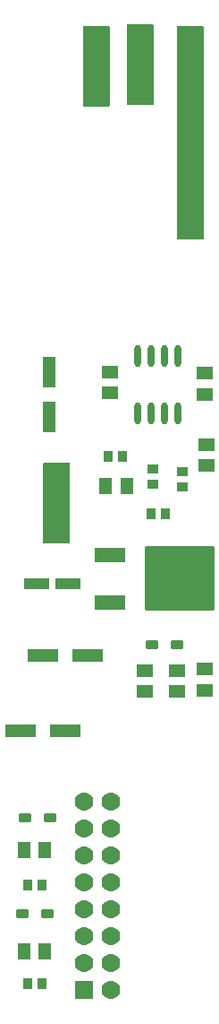
<source format=gbs>
G04 Layer: BottomSolderMaskLayer*
G04 EasyEDA v6.5.22, 2023-03-24 00:04:05*
G04 1816f6d41fbb4fb68ab43b55433a14ba,7be1179030e74d40a97a3c751b95adb4,10*
G04 Gerber Generator version 0.2*
G04 Scale: 100 percent, Rotated: No, Reflected: No *
G04 Dimensions in millimeters *
G04 leading zeros omitted , absolute positions ,4 integer and 5 decimal *
%FSLAX45Y45*%
%MOMM*%

%AMMACRO1*1,1,$1,$2,$3*1,1,$1,$4,$5*1,1,$1,0-$2,0-$3*1,1,$1,0-$4,0-$5*20,1,$1,$2,$3,$4,$5,0*20,1,$1,$4,$5,0-$2,0-$3,0*20,1,$1,0-$2,0-$3,0-$4,0-$5,0*20,1,$1,0-$4,0-$5,$2,$3,0*4,1,4,$2,$3,$4,$5,0-$2,0-$3,0-$4,0-$5,$2,$3,0*%
%ADD10MACRO1,0.1016X-0.55X1.4X-0.55X-1.4*%
%ADD11MACRO1,0.1016X-1.4X-0.55X1.4X-0.55*%
%ADD12MACRO1,0.1016X1.4X0.55X-1.4X0.55*%
%ADD13MACRO1,0.1016X-0.4X-0.45X0.4X-0.45*%
%ADD14MACRO1,0.1016X0.5X0.375X-0.5X0.375*%
%ADD15MACRO1,0.1016X-0.5X-0.375X0.5X-0.375*%
%ADD16C,1.7653*%
%ADD17MACRO1,0.1016X-0.8318X-0.8319X0.8318X-0.8319*%
%ADD18MACRO1,0.1016X-0.6885X-0.5663X0.6885X-0.5663*%
%ADD19MACRO1,0.1016X-0.6885X0.5663X0.6885X0.5663*%
%ADD20MACRO1,0.1016X0.6885X-0.5663X-0.6885X-0.5663*%
%ADD21MACRO1,0.1016X0.6885X0.5663X-0.6885X0.5663*%
%ADD22MACRO1,0.1016X-0.5663X0.6885X-0.5663X-0.6885*%
%ADD23MACRO1,0.1016X0.5663X0.6885X0.5663X-0.6885*%
%ADD24MACRO1,0.1016X0.4X0.45X-0.4X0.45*%
%ADD25MACRO1,0.1016X-0.45X0.4X-0.45X-0.4*%
%ADD26MACRO1,0.1016X0.45X-0.4X0.45X0.4*%
%ADD27MACRO1,0.1016X1.155X-0.42X1.155X0.42*%
%ADD28MACRO1,0.1016X-1.155X-0.42X-1.155X0.42*%
%ADD29O,0.6700012X2.051812*%
%ADD30MACRO1,0.1016X-1.4X-0.65X1.4X-0.65*%
%ADD31MACRO1,0.1016X-3.25X-3X3.25X-3*%

%LPD*%
G36*
X13500100Y-1295400D02*
G01*
X13500100Y-2057400D01*
X13741400Y-2057400D01*
X13754100Y-2044700D01*
X13754100Y-1308100D01*
X13741400Y-1295400D01*
G37*
G36*
X13081000Y-1308100D02*
G01*
X13081000Y-2070100D01*
X13322300Y-2070100D01*
X13335000Y-2057400D01*
X13335000Y-1320800D01*
X13322300Y-1308100D01*
G37*
G36*
X13970000Y-1308100D02*
G01*
X13970000Y-3327400D01*
X14224000Y-3327400D01*
X14224000Y-1320800D01*
X14211300Y-1308100D01*
G37*
G36*
X12712700Y-5435600D02*
G01*
X12700000Y-5448300D01*
X12700000Y-6184900D01*
X12712700Y-6197600D01*
X12954000Y-6197600D01*
X12954000Y-5435600D01*
G37*
D10*
G01*
X12763498Y-4577900D03*
G01*
X12763498Y-4997899D03*
D11*
G01*
X12705900Y-7251701D03*
G01*
X13125899Y-7251701D03*
D12*
G01*
X12909999Y-7962898D03*
G01*
X12490000Y-7962898D03*
D13*
G01*
X12693799Y-10350500D03*
G01*
X12553800Y-10350500D03*
G01*
X12693799Y-9423400D03*
G01*
X12553800Y-9423400D03*
D14*
G01*
X12531944Y-8788400D03*
G01*
X12766450Y-8788400D03*
D15*
G01*
X12741055Y-9690100D03*
G01*
X12506549Y-9690100D03*
D16*
G01*
X13347700Y-8890000D03*
G01*
X13093700Y-8890000D03*
G01*
X13347700Y-9398000D03*
G01*
X13093700Y-9398000D03*
G01*
X13347700Y-9652000D03*
G01*
X13093700Y-9652000D03*
G01*
X13347700Y-9906000D03*
G01*
X13093700Y-9906000D03*
G01*
X13347700Y-10160000D03*
G01*
X13093700Y-10160000D03*
G01*
X13347700Y-8636000D03*
G01*
X13093700Y-8636000D03*
G01*
X13347700Y-9144000D03*
G01*
X13093700Y-9144000D03*
G01*
X13347700Y-10414000D03*
D17*
G01*
X13093700Y-10414000D03*
D18*
G01*
X14249400Y-5259395D03*
D19*
G01*
X14249400Y-5459404D03*
D20*
G01*
X14236700Y-4586295D03*
D21*
G01*
X14236700Y-4786304D03*
D22*
G01*
X12720426Y-10045700D03*
D23*
G01*
X12527173Y-10045700D03*
D22*
G01*
X12720426Y-9093200D03*
D23*
G01*
X12527173Y-9093200D03*
D24*
G01*
X13315800Y-5372100D03*
G01*
X13455799Y-5372100D03*
D25*
G01*
X13741400Y-5632599D03*
G01*
X13741400Y-5492600D03*
D26*
G01*
X14020800Y-5518000D03*
G01*
X14020800Y-5657999D03*
D22*
G01*
X13498504Y-5651500D03*
D23*
G01*
X13298495Y-5651500D03*
D18*
G01*
X13335000Y-4573595D03*
D19*
G01*
X13335000Y-4773604D03*
D13*
G01*
X13862199Y-5918200D03*
G01*
X13722200Y-5918200D03*
D27*
G01*
X12639399Y-6578600D03*
D28*
G01*
X12938400Y-6578600D03*
D15*
G01*
X13972955Y-7150100D03*
G01*
X13738449Y-7150100D03*
D18*
G01*
X14236700Y-7380295D03*
D19*
G01*
X14236700Y-7580304D03*
D21*
G01*
X13665200Y-7593004D03*
D20*
G01*
X13665200Y-7392995D03*
D21*
G01*
X13970000Y-7593004D03*
D20*
G01*
X13970000Y-7392995D03*
D29*
G01*
X13601700Y-4428489D03*
G01*
X13728700Y-4428489D03*
G01*
X13855700Y-4428489D03*
G01*
X13982700Y-4428489D03*
G01*
X13601700Y-4969510D03*
G01*
X13728700Y-4969510D03*
G01*
X13855700Y-4969510D03*
G01*
X13982700Y-4969510D03*
D30*
G01*
X13336013Y-6755079D03*
G01*
X13336013Y-6300520D03*
D31*
G01*
X13994396Y-6527800D03*
M02*

</source>
